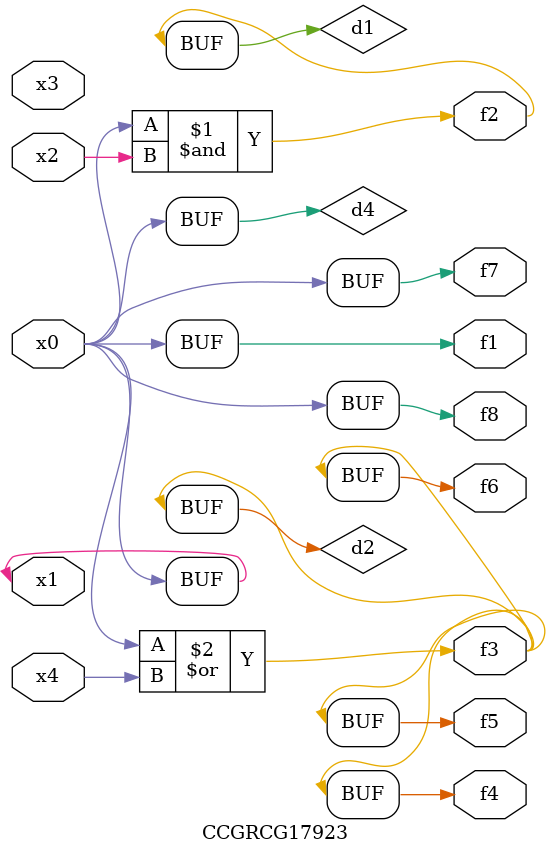
<source format=v>
module CCGRCG17923(
	input x0, x1, x2, x3, x4,
	output f1, f2, f3, f4, f5, f6, f7, f8
);

	wire d1, d2, d3, d4;

	and (d1, x0, x2);
	or (d2, x0, x4);
	nand (d3, x0, x2);
	buf (d4, x0, x1);
	assign f1 = d4;
	assign f2 = d1;
	assign f3 = d2;
	assign f4 = d2;
	assign f5 = d2;
	assign f6 = d2;
	assign f7 = d4;
	assign f8 = d4;
endmodule

</source>
